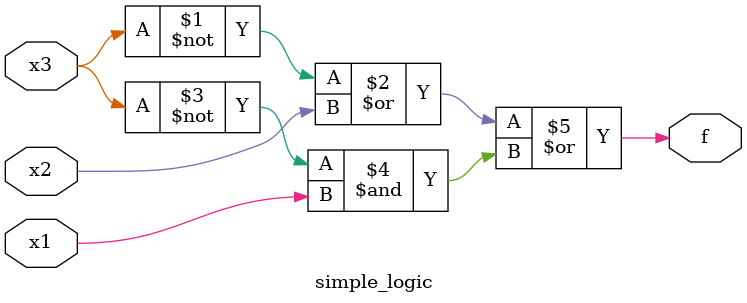
<source format=v>
module simple_logic( 
    input x3,
    input x2,
    input x1,  // three inputs
    output f   // one output
);
    assign f=(~x3|x2) |(~x3&x1);

endmodule

</source>
